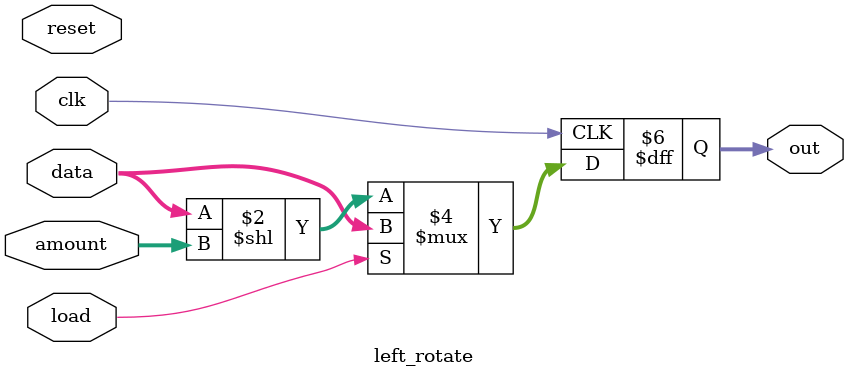
<source format=v>
module left_rotate(clk,reset,amount,data,load,out);
input clk,reset;
input [2:0] amount;
input [7:0] data;
input load;
output reg [7:0] out;
// when load is high, load data to out
// otherwise rotate the out register followed by left shift the out register by amount bits
always @(posedge clk)
  if (load)
    out = data;
  else
    out = data << amount;
endmodule

</source>
